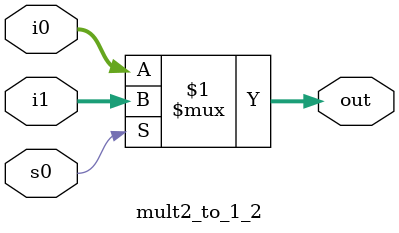
<source format=v>
module mult2_to_1_2(out, i0,i1,s0);
output [1:0] out;
input [1:0]i0,i1;
input s0;
assign out = s0 ? i1:i0;
endmodule
</source>
